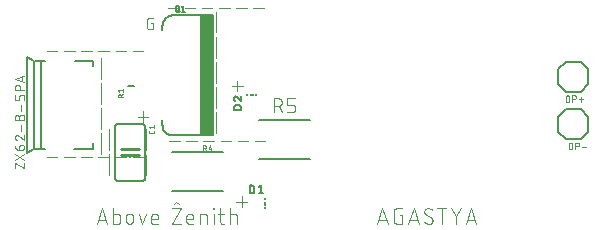
<source format=gbr>
G04 EAGLE Gerber RS-274X export*
G75*
%MOMM*%
%FSLAX34Y34*%
%LPD*%
%INSilkscreen Top*%
%IPPOS*%
%AMOC8*
5,1,8,0,0,1.08239X$1,22.5*%
G01*
%ADD10C,0.101600*%
%ADD11C,0.076200*%
%ADD12C,0.152400*%
%ADD13C,0.050800*%
%ADD14C,0.127000*%
%ADD15C,0.254000*%
%ADD16C,0.203200*%
%ADD17R,1.016000X10.160000*%
%ADD18R,0.250000X0.300000*%
%ADD19R,0.250000X0.200000*%
%ADD20R,0.300000X0.250000*%
%ADD21R,0.200000X0.250000*%


D10*
X86448Y274278D02*
X90851Y287486D01*
X95253Y274278D01*
X94153Y277580D02*
X87549Y277580D01*
X100353Y274278D02*
X100353Y287486D01*
X100353Y274278D02*
X104022Y274278D01*
X104115Y274280D01*
X104209Y274286D01*
X104302Y274296D01*
X104394Y274310D01*
X104486Y274327D01*
X104577Y274349D01*
X104666Y274374D01*
X104755Y274404D01*
X104843Y274437D01*
X104929Y274473D01*
X105013Y274514D01*
X105095Y274557D01*
X105176Y274605D01*
X105254Y274655D01*
X105331Y274709D01*
X105405Y274767D01*
X105476Y274827D01*
X105545Y274890D01*
X105611Y274956D01*
X105674Y275025D01*
X105734Y275096D01*
X105792Y275170D01*
X105846Y275246D01*
X105896Y275325D01*
X105943Y275406D01*
X105987Y275488D01*
X106028Y275572D01*
X106064Y275658D01*
X106097Y275746D01*
X106127Y275834D01*
X106152Y275924D01*
X106174Y276015D01*
X106191Y276107D01*
X106205Y276199D01*
X106215Y276292D01*
X106221Y276386D01*
X106223Y276479D01*
X106223Y280882D01*
X106221Y280973D01*
X106215Y281064D01*
X106206Y281154D01*
X106193Y281244D01*
X106176Y281334D01*
X106156Y281422D01*
X106131Y281510D01*
X106104Y281597D01*
X106072Y281682D01*
X106038Y281766D01*
X105999Y281849D01*
X105958Y281930D01*
X105913Y282009D01*
X105865Y282086D01*
X105813Y282161D01*
X105759Y282234D01*
X105702Y282305D01*
X105641Y282373D01*
X105578Y282438D01*
X105513Y282501D01*
X105445Y282562D01*
X105374Y282619D01*
X105301Y282673D01*
X105226Y282725D01*
X105149Y282773D01*
X105070Y282818D01*
X104989Y282859D01*
X104906Y282898D01*
X104822Y282932D01*
X104737Y282964D01*
X104650Y282991D01*
X104562Y283016D01*
X104474Y283036D01*
X104384Y283053D01*
X104294Y283066D01*
X104204Y283075D01*
X104113Y283081D01*
X104022Y283083D01*
X100353Y283083D01*
X111385Y280148D02*
X111385Y277213D01*
X111385Y280148D02*
X111387Y280255D01*
X111393Y280362D01*
X111403Y280469D01*
X111416Y280575D01*
X111434Y280681D01*
X111455Y280786D01*
X111480Y280890D01*
X111509Y280994D01*
X111542Y281096D01*
X111579Y281196D01*
X111619Y281296D01*
X111663Y281394D01*
X111710Y281490D01*
X111761Y281584D01*
X111815Y281677D01*
X111872Y281767D01*
X111933Y281856D01*
X111997Y281942D01*
X112064Y282025D01*
X112134Y282107D01*
X112207Y282185D01*
X112283Y282261D01*
X112361Y282334D01*
X112443Y282404D01*
X112526Y282471D01*
X112612Y282535D01*
X112701Y282596D01*
X112791Y282653D01*
X112884Y282707D01*
X112978Y282758D01*
X113074Y282805D01*
X113172Y282849D01*
X113272Y282889D01*
X113372Y282926D01*
X113474Y282959D01*
X113578Y282988D01*
X113682Y283013D01*
X113787Y283034D01*
X113893Y283052D01*
X113999Y283065D01*
X114106Y283075D01*
X114213Y283081D01*
X114320Y283083D01*
X114427Y283081D01*
X114534Y283075D01*
X114641Y283065D01*
X114747Y283052D01*
X114853Y283034D01*
X114958Y283013D01*
X115062Y282988D01*
X115166Y282959D01*
X115268Y282926D01*
X115368Y282889D01*
X115468Y282849D01*
X115566Y282805D01*
X115662Y282758D01*
X115756Y282707D01*
X115849Y282653D01*
X115939Y282596D01*
X116028Y282535D01*
X116114Y282471D01*
X116197Y282404D01*
X116279Y282334D01*
X116357Y282261D01*
X116433Y282185D01*
X116506Y282107D01*
X116576Y282025D01*
X116643Y281942D01*
X116707Y281856D01*
X116768Y281767D01*
X116825Y281677D01*
X116879Y281584D01*
X116930Y281490D01*
X116977Y281394D01*
X117021Y281296D01*
X117061Y281196D01*
X117098Y281096D01*
X117131Y280994D01*
X117160Y280890D01*
X117185Y280786D01*
X117206Y280681D01*
X117224Y280575D01*
X117237Y280469D01*
X117247Y280362D01*
X117253Y280255D01*
X117255Y280148D01*
X117255Y277213D01*
X117253Y277106D01*
X117247Y276999D01*
X117237Y276892D01*
X117224Y276786D01*
X117206Y276680D01*
X117185Y276575D01*
X117160Y276471D01*
X117131Y276367D01*
X117098Y276265D01*
X117061Y276165D01*
X117021Y276065D01*
X116977Y275967D01*
X116930Y275871D01*
X116879Y275777D01*
X116825Y275684D01*
X116768Y275594D01*
X116707Y275505D01*
X116643Y275419D01*
X116576Y275336D01*
X116506Y275254D01*
X116433Y275176D01*
X116357Y275100D01*
X116279Y275027D01*
X116197Y274957D01*
X116114Y274890D01*
X116028Y274826D01*
X115939Y274765D01*
X115849Y274708D01*
X115756Y274654D01*
X115662Y274603D01*
X115566Y274556D01*
X115468Y274512D01*
X115368Y274472D01*
X115268Y274435D01*
X115166Y274402D01*
X115062Y274373D01*
X114958Y274348D01*
X114853Y274327D01*
X114747Y274309D01*
X114641Y274296D01*
X114534Y274286D01*
X114427Y274280D01*
X114320Y274278D01*
X114213Y274280D01*
X114106Y274286D01*
X113999Y274296D01*
X113893Y274309D01*
X113787Y274327D01*
X113682Y274348D01*
X113578Y274373D01*
X113474Y274402D01*
X113372Y274435D01*
X113272Y274472D01*
X113172Y274512D01*
X113074Y274556D01*
X112978Y274603D01*
X112884Y274654D01*
X112791Y274708D01*
X112701Y274765D01*
X112612Y274826D01*
X112526Y274890D01*
X112443Y274957D01*
X112361Y275027D01*
X112283Y275100D01*
X112207Y275176D01*
X112134Y275254D01*
X112064Y275336D01*
X111997Y275419D01*
X111933Y275505D01*
X111872Y275594D01*
X111815Y275684D01*
X111761Y275777D01*
X111710Y275871D01*
X111663Y275967D01*
X111619Y276065D01*
X111579Y276165D01*
X111542Y276265D01*
X111509Y276367D01*
X111480Y276471D01*
X111455Y276575D01*
X111434Y276680D01*
X111416Y276786D01*
X111403Y276892D01*
X111393Y276999D01*
X111387Y277106D01*
X111385Y277213D01*
X122053Y283083D02*
X124988Y274278D01*
X127923Y283083D01*
X134922Y274278D02*
X138591Y274278D01*
X134922Y274278D02*
X134831Y274280D01*
X134740Y274286D01*
X134650Y274295D01*
X134560Y274308D01*
X134470Y274325D01*
X134382Y274345D01*
X134294Y274370D01*
X134207Y274397D01*
X134122Y274429D01*
X134038Y274463D01*
X133955Y274502D01*
X133874Y274543D01*
X133795Y274588D01*
X133718Y274636D01*
X133643Y274688D01*
X133570Y274742D01*
X133499Y274799D01*
X133431Y274860D01*
X133366Y274923D01*
X133303Y274988D01*
X133242Y275056D01*
X133185Y275127D01*
X133131Y275200D01*
X133079Y275275D01*
X133031Y275352D01*
X132986Y275431D01*
X132945Y275512D01*
X132906Y275595D01*
X132872Y275679D01*
X132840Y275764D01*
X132813Y275851D01*
X132788Y275939D01*
X132768Y276027D01*
X132751Y276117D01*
X132738Y276207D01*
X132729Y276297D01*
X132723Y276388D01*
X132721Y276479D01*
X132721Y280148D01*
X132723Y280255D01*
X132729Y280362D01*
X132739Y280469D01*
X132752Y280575D01*
X132770Y280681D01*
X132791Y280786D01*
X132816Y280890D01*
X132845Y280994D01*
X132878Y281096D01*
X132915Y281196D01*
X132955Y281296D01*
X132999Y281394D01*
X133046Y281490D01*
X133097Y281584D01*
X133151Y281677D01*
X133208Y281767D01*
X133269Y281856D01*
X133333Y281942D01*
X133400Y282025D01*
X133470Y282107D01*
X133543Y282185D01*
X133619Y282261D01*
X133697Y282334D01*
X133779Y282404D01*
X133862Y282471D01*
X133948Y282535D01*
X134037Y282596D01*
X134127Y282653D01*
X134220Y282707D01*
X134314Y282758D01*
X134410Y282805D01*
X134508Y282849D01*
X134608Y282889D01*
X134708Y282926D01*
X134810Y282959D01*
X134914Y282988D01*
X135018Y283013D01*
X135123Y283034D01*
X135229Y283052D01*
X135335Y283065D01*
X135442Y283075D01*
X135549Y283081D01*
X135656Y283083D01*
X135763Y283081D01*
X135870Y283075D01*
X135977Y283065D01*
X136083Y283052D01*
X136189Y283034D01*
X136294Y283013D01*
X136398Y282988D01*
X136502Y282959D01*
X136604Y282926D01*
X136704Y282889D01*
X136804Y282849D01*
X136902Y282805D01*
X136998Y282758D01*
X137092Y282707D01*
X137185Y282653D01*
X137275Y282596D01*
X137364Y282535D01*
X137450Y282471D01*
X137533Y282404D01*
X137615Y282334D01*
X137693Y282261D01*
X137769Y282185D01*
X137842Y282107D01*
X137912Y282025D01*
X137979Y281942D01*
X138043Y281856D01*
X138104Y281767D01*
X138161Y281677D01*
X138215Y281584D01*
X138266Y281490D01*
X138313Y281394D01*
X138357Y281296D01*
X138397Y281196D01*
X138434Y281096D01*
X138467Y280994D01*
X138496Y280890D01*
X138521Y280786D01*
X138542Y280681D01*
X138560Y280575D01*
X138573Y280469D01*
X138583Y280362D01*
X138589Y280255D01*
X138591Y280148D01*
X138591Y278681D01*
X132721Y278681D01*
X150336Y287486D02*
X157674Y287486D01*
X150336Y274278D01*
X157674Y274278D01*
X151804Y290788D02*
X154005Y292989D01*
X156207Y290788D01*
X164793Y274278D02*
X168462Y274278D01*
X164793Y274278D02*
X164702Y274280D01*
X164611Y274286D01*
X164521Y274295D01*
X164431Y274308D01*
X164341Y274325D01*
X164253Y274345D01*
X164165Y274370D01*
X164078Y274397D01*
X163993Y274429D01*
X163909Y274463D01*
X163826Y274502D01*
X163745Y274543D01*
X163666Y274588D01*
X163589Y274636D01*
X163514Y274688D01*
X163441Y274742D01*
X163370Y274799D01*
X163302Y274860D01*
X163237Y274923D01*
X163174Y274988D01*
X163113Y275056D01*
X163056Y275127D01*
X163002Y275200D01*
X162950Y275275D01*
X162902Y275352D01*
X162857Y275431D01*
X162816Y275512D01*
X162777Y275595D01*
X162743Y275679D01*
X162711Y275764D01*
X162684Y275851D01*
X162659Y275939D01*
X162639Y276027D01*
X162622Y276117D01*
X162609Y276207D01*
X162600Y276297D01*
X162594Y276388D01*
X162592Y276479D01*
X162592Y280148D01*
X162594Y280255D01*
X162600Y280362D01*
X162610Y280469D01*
X162623Y280575D01*
X162641Y280681D01*
X162662Y280786D01*
X162687Y280890D01*
X162716Y280994D01*
X162749Y281096D01*
X162786Y281196D01*
X162826Y281296D01*
X162870Y281394D01*
X162917Y281490D01*
X162968Y281584D01*
X163022Y281677D01*
X163079Y281767D01*
X163140Y281856D01*
X163204Y281942D01*
X163271Y282025D01*
X163341Y282107D01*
X163414Y282185D01*
X163490Y282261D01*
X163568Y282334D01*
X163650Y282404D01*
X163733Y282471D01*
X163819Y282535D01*
X163908Y282596D01*
X163998Y282653D01*
X164091Y282707D01*
X164185Y282758D01*
X164281Y282805D01*
X164379Y282849D01*
X164479Y282889D01*
X164579Y282926D01*
X164681Y282959D01*
X164785Y282988D01*
X164889Y283013D01*
X164994Y283034D01*
X165100Y283052D01*
X165206Y283065D01*
X165313Y283075D01*
X165420Y283081D01*
X165527Y283083D01*
X165634Y283081D01*
X165741Y283075D01*
X165848Y283065D01*
X165954Y283052D01*
X166060Y283034D01*
X166165Y283013D01*
X166269Y282988D01*
X166373Y282959D01*
X166475Y282926D01*
X166575Y282889D01*
X166675Y282849D01*
X166773Y282805D01*
X166869Y282758D01*
X166963Y282707D01*
X167056Y282653D01*
X167146Y282596D01*
X167235Y282535D01*
X167321Y282471D01*
X167404Y282404D01*
X167486Y282334D01*
X167564Y282261D01*
X167640Y282185D01*
X167713Y282107D01*
X167783Y282025D01*
X167850Y281942D01*
X167914Y281856D01*
X167975Y281767D01*
X168032Y281677D01*
X168086Y281584D01*
X168137Y281490D01*
X168184Y281394D01*
X168228Y281296D01*
X168268Y281196D01*
X168305Y281096D01*
X168338Y280994D01*
X168367Y280890D01*
X168392Y280786D01*
X168413Y280681D01*
X168431Y280575D01*
X168444Y280469D01*
X168454Y280362D01*
X168460Y280255D01*
X168462Y280148D01*
X168462Y278681D01*
X162592Y278681D01*
X174113Y274278D02*
X174113Y283083D01*
X177782Y283083D01*
X177875Y283081D01*
X177969Y283075D01*
X178062Y283065D01*
X178154Y283051D01*
X178246Y283034D01*
X178337Y283012D01*
X178426Y282987D01*
X178515Y282957D01*
X178603Y282924D01*
X178689Y282888D01*
X178773Y282847D01*
X178855Y282804D01*
X178936Y282756D01*
X179014Y282706D01*
X179091Y282652D01*
X179165Y282594D01*
X179236Y282534D01*
X179305Y282471D01*
X179371Y282405D01*
X179434Y282336D01*
X179494Y282265D01*
X179552Y282191D01*
X179606Y282115D01*
X179656Y282036D01*
X179703Y281955D01*
X179747Y281873D01*
X179788Y281789D01*
X179824Y281703D01*
X179857Y281615D01*
X179887Y281527D01*
X179912Y281437D01*
X179934Y281346D01*
X179951Y281254D01*
X179965Y281162D01*
X179975Y281069D01*
X179981Y280975D01*
X179983Y280882D01*
X179983Y274278D01*
X185582Y274278D02*
X185582Y283083D01*
X185216Y286752D02*
X185216Y287486D01*
X185949Y287486D01*
X185949Y286752D01*
X185216Y286752D01*
X189684Y283083D02*
X194087Y283083D01*
X191152Y287486D02*
X191152Y276479D01*
X191154Y276388D01*
X191160Y276297D01*
X191169Y276207D01*
X191182Y276117D01*
X191199Y276027D01*
X191219Y275939D01*
X191244Y275851D01*
X191271Y275764D01*
X191303Y275679D01*
X191337Y275595D01*
X191376Y275512D01*
X191417Y275431D01*
X191462Y275352D01*
X191510Y275275D01*
X191562Y275200D01*
X191616Y275127D01*
X191673Y275056D01*
X191734Y274988D01*
X191797Y274923D01*
X191862Y274860D01*
X191931Y274799D01*
X192001Y274742D01*
X192074Y274688D01*
X192149Y274636D01*
X192226Y274588D01*
X192305Y274543D01*
X192386Y274502D01*
X192469Y274463D01*
X192553Y274429D01*
X192638Y274397D01*
X192725Y274369D01*
X192813Y274345D01*
X192901Y274325D01*
X192991Y274308D01*
X193081Y274295D01*
X193171Y274286D01*
X193262Y274280D01*
X193353Y274278D01*
X194087Y274278D01*
X199289Y274278D02*
X199289Y287486D01*
X199289Y283083D02*
X202958Y283083D01*
X203051Y283081D01*
X203145Y283075D01*
X203238Y283065D01*
X203330Y283051D01*
X203422Y283034D01*
X203513Y283012D01*
X203602Y282987D01*
X203691Y282957D01*
X203779Y282924D01*
X203865Y282888D01*
X203949Y282847D01*
X204031Y282804D01*
X204112Y282756D01*
X204190Y282706D01*
X204267Y282652D01*
X204341Y282594D01*
X204412Y282534D01*
X204481Y282471D01*
X204547Y282405D01*
X204610Y282336D01*
X204670Y282265D01*
X204728Y282191D01*
X204782Y282115D01*
X204832Y282036D01*
X204879Y281955D01*
X204923Y281873D01*
X204964Y281789D01*
X205000Y281703D01*
X205033Y281615D01*
X205063Y281527D01*
X205088Y281437D01*
X205110Y281346D01*
X205127Y281254D01*
X205141Y281162D01*
X205151Y281069D01*
X205157Y280975D01*
X205159Y280882D01*
X205160Y280882D02*
X205160Y274278D01*
X324038Y274338D02*
X328441Y287546D01*
X332843Y274338D01*
X331743Y277640D02*
X325139Y277640D01*
X343137Y281676D02*
X345338Y281676D01*
X345338Y274338D01*
X340935Y274338D01*
X340828Y274340D01*
X340721Y274346D01*
X340614Y274356D01*
X340508Y274369D01*
X340402Y274387D01*
X340297Y274408D01*
X340193Y274433D01*
X340089Y274462D01*
X339987Y274495D01*
X339887Y274532D01*
X339787Y274572D01*
X339689Y274616D01*
X339593Y274663D01*
X339499Y274714D01*
X339406Y274768D01*
X339316Y274825D01*
X339227Y274886D01*
X339141Y274950D01*
X339058Y275017D01*
X338976Y275087D01*
X338898Y275160D01*
X338822Y275236D01*
X338749Y275314D01*
X338679Y275396D01*
X338612Y275479D01*
X338548Y275565D01*
X338487Y275654D01*
X338430Y275744D01*
X338376Y275837D01*
X338325Y275931D01*
X338278Y276027D01*
X338234Y276125D01*
X338194Y276225D01*
X338157Y276325D01*
X338124Y276427D01*
X338095Y276531D01*
X338070Y276635D01*
X338049Y276740D01*
X338031Y276846D01*
X338018Y276952D01*
X338008Y277059D01*
X338002Y277166D01*
X338000Y277273D01*
X338000Y284611D01*
X338002Y284718D01*
X338008Y284825D01*
X338018Y284932D01*
X338031Y285038D01*
X338049Y285144D01*
X338070Y285249D01*
X338095Y285353D01*
X338124Y285457D01*
X338157Y285559D01*
X338194Y285659D01*
X338234Y285759D01*
X338278Y285857D01*
X338325Y285953D01*
X338376Y286047D01*
X338430Y286140D01*
X338487Y286230D01*
X338548Y286319D01*
X338612Y286405D01*
X338679Y286488D01*
X338749Y286570D01*
X338822Y286648D01*
X338898Y286724D01*
X338976Y286797D01*
X339058Y286867D01*
X339141Y286934D01*
X339227Y286998D01*
X339316Y287059D01*
X339406Y287116D01*
X339499Y287170D01*
X339593Y287221D01*
X339689Y287268D01*
X339787Y287312D01*
X339887Y287352D01*
X339987Y287389D01*
X340089Y287422D01*
X340193Y287451D01*
X340297Y287476D01*
X340402Y287497D01*
X340508Y287515D01*
X340614Y287528D01*
X340721Y287538D01*
X340828Y287544D01*
X340935Y287546D01*
X345338Y287546D01*
X354897Y287546D02*
X350495Y274338D01*
X359300Y274338D02*
X354897Y287546D01*
X358199Y277640D02*
X351595Y277640D01*
X368006Y274338D02*
X368113Y274340D01*
X368220Y274346D01*
X368327Y274356D01*
X368433Y274369D01*
X368539Y274387D01*
X368644Y274408D01*
X368748Y274433D01*
X368852Y274462D01*
X368954Y274495D01*
X369054Y274532D01*
X369154Y274572D01*
X369252Y274616D01*
X369348Y274663D01*
X369442Y274714D01*
X369535Y274768D01*
X369625Y274825D01*
X369714Y274886D01*
X369800Y274950D01*
X369883Y275017D01*
X369965Y275087D01*
X370043Y275160D01*
X370119Y275236D01*
X370192Y275314D01*
X370262Y275396D01*
X370329Y275479D01*
X370393Y275565D01*
X370454Y275654D01*
X370511Y275744D01*
X370565Y275837D01*
X370616Y275931D01*
X370663Y276027D01*
X370707Y276125D01*
X370747Y276225D01*
X370784Y276325D01*
X370817Y276427D01*
X370846Y276531D01*
X370871Y276635D01*
X370892Y276740D01*
X370910Y276846D01*
X370923Y276952D01*
X370933Y277059D01*
X370939Y277166D01*
X370941Y277273D01*
X368006Y274338D02*
X367853Y274340D01*
X367700Y274346D01*
X367548Y274355D01*
X367395Y274368D01*
X367243Y274385D01*
X367092Y274406D01*
X366940Y274430D01*
X366790Y274458D01*
X366640Y274490D01*
X366492Y274526D01*
X366344Y274565D01*
X366197Y274608D01*
X366051Y274654D01*
X365907Y274704D01*
X365763Y274758D01*
X365621Y274815D01*
X365481Y274875D01*
X365342Y274940D01*
X365205Y275007D01*
X365069Y275078D01*
X364935Y275152D01*
X364803Y275229D01*
X364673Y275310D01*
X364545Y275394D01*
X364419Y275481D01*
X364296Y275571D01*
X364174Y275664D01*
X364055Y275760D01*
X363939Y275859D01*
X363824Y275960D01*
X363713Y276065D01*
X363604Y276172D01*
X363970Y284611D02*
X363972Y284718D01*
X363978Y284825D01*
X363988Y284932D01*
X364001Y285038D01*
X364019Y285144D01*
X364040Y285249D01*
X364065Y285353D01*
X364094Y285457D01*
X364127Y285559D01*
X364164Y285659D01*
X364204Y285759D01*
X364248Y285857D01*
X364295Y285953D01*
X364346Y286047D01*
X364400Y286140D01*
X364457Y286230D01*
X364518Y286319D01*
X364582Y286405D01*
X364649Y286488D01*
X364719Y286570D01*
X364792Y286648D01*
X364868Y286724D01*
X364946Y286797D01*
X365028Y286867D01*
X365111Y286934D01*
X365197Y286998D01*
X365286Y287059D01*
X365376Y287116D01*
X365469Y287170D01*
X365563Y287221D01*
X365659Y287268D01*
X365757Y287312D01*
X365857Y287352D01*
X365957Y287389D01*
X366059Y287422D01*
X366163Y287451D01*
X366267Y287476D01*
X366372Y287497D01*
X366478Y287515D01*
X366584Y287528D01*
X366691Y287538D01*
X366798Y287544D01*
X366905Y287546D01*
X367053Y287544D01*
X367200Y287538D01*
X367347Y287528D01*
X367494Y287514D01*
X367641Y287497D01*
X367786Y287475D01*
X367932Y287449D01*
X368076Y287420D01*
X368220Y287387D01*
X368363Y287349D01*
X368505Y287308D01*
X368645Y287264D01*
X368785Y287215D01*
X368923Y287163D01*
X369059Y287107D01*
X369194Y287047D01*
X369327Y286984D01*
X369459Y286917D01*
X369589Y286847D01*
X369717Y286774D01*
X369842Y286696D01*
X369966Y286616D01*
X370088Y286532D01*
X370207Y286445D01*
X365438Y282043D02*
X365347Y282099D01*
X365258Y282158D01*
X365171Y282220D01*
X365087Y282285D01*
X365004Y282353D01*
X364925Y282424D01*
X364848Y282498D01*
X364774Y282575D01*
X364702Y282654D01*
X364634Y282736D01*
X364568Y282820D01*
X364505Y282907D01*
X364446Y282995D01*
X364390Y283086D01*
X364337Y283179D01*
X364287Y283273D01*
X364241Y283369D01*
X364198Y283467D01*
X364159Y283566D01*
X364123Y283667D01*
X364091Y283769D01*
X364063Y283872D01*
X364039Y283976D01*
X364018Y284080D01*
X364001Y284186D01*
X363987Y284291D01*
X363978Y284398D01*
X363972Y284504D01*
X363970Y284611D01*
X369473Y279841D02*
X369564Y279785D01*
X369653Y279726D01*
X369740Y279664D01*
X369824Y279599D01*
X369907Y279531D01*
X369986Y279460D01*
X370063Y279386D01*
X370137Y279309D01*
X370209Y279230D01*
X370277Y279148D01*
X370343Y279064D01*
X370406Y278977D01*
X370465Y278889D01*
X370521Y278798D01*
X370574Y278705D01*
X370624Y278611D01*
X370670Y278515D01*
X370713Y278417D01*
X370752Y278318D01*
X370788Y278217D01*
X370820Y278115D01*
X370848Y278012D01*
X370872Y277908D01*
X370893Y277804D01*
X370910Y277698D01*
X370924Y277593D01*
X370933Y277486D01*
X370939Y277380D01*
X370941Y277273D01*
X369473Y279841D02*
X365438Y282043D01*
X378793Y287546D02*
X378793Y274338D01*
X375125Y287546D02*
X382462Y287546D01*
X386339Y287546D02*
X390742Y281309D01*
X395144Y287546D01*
X390742Y281309D02*
X390742Y274338D01*
X399141Y274338D02*
X403543Y287546D01*
X407946Y274338D01*
X406845Y277640D02*
X400241Y277640D01*
D11*
X134043Y444343D02*
X132504Y444343D01*
X134043Y444343D02*
X134043Y439211D01*
X130964Y439211D01*
X130874Y439213D01*
X130785Y439219D01*
X130696Y439229D01*
X130608Y439242D01*
X130520Y439260D01*
X130433Y439281D01*
X130347Y439306D01*
X130262Y439335D01*
X130178Y439367D01*
X130096Y439403D01*
X130016Y439443D01*
X129938Y439486D01*
X129861Y439533D01*
X129786Y439582D01*
X129714Y439635D01*
X129644Y439691D01*
X129577Y439750D01*
X129512Y439812D01*
X129450Y439877D01*
X129391Y439944D01*
X129335Y440014D01*
X129282Y440086D01*
X129233Y440161D01*
X129186Y440238D01*
X129143Y440316D01*
X129103Y440396D01*
X129067Y440478D01*
X129035Y440562D01*
X129006Y440647D01*
X128981Y440733D01*
X128960Y440820D01*
X128942Y440908D01*
X128929Y440996D01*
X128919Y441085D01*
X128913Y441174D01*
X128911Y441264D01*
X128911Y446396D01*
X128913Y446486D01*
X128919Y446575D01*
X128929Y446664D01*
X128942Y446752D01*
X128960Y446840D01*
X128981Y446927D01*
X129006Y447013D01*
X129035Y447098D01*
X129067Y447182D01*
X129103Y447264D01*
X129143Y447344D01*
X129186Y447422D01*
X129233Y447499D01*
X129282Y447574D01*
X129335Y447646D01*
X129391Y447716D01*
X129450Y447783D01*
X129512Y447848D01*
X129577Y447910D01*
X129644Y447969D01*
X129714Y448025D01*
X129786Y448078D01*
X129861Y448127D01*
X129937Y448174D01*
X130016Y448217D01*
X130096Y448257D01*
X130178Y448293D01*
X130262Y448325D01*
X130347Y448354D01*
X130433Y448379D01*
X130520Y448400D01*
X130607Y448418D01*
X130696Y448431D01*
X130785Y448441D01*
X130874Y448447D01*
X130964Y448449D01*
X134043Y448449D01*
D10*
X130243Y365074D02*
X121438Y365074D01*
X125841Y360672D02*
X125841Y369477D01*
X201348Y390814D02*
X210153Y390814D01*
X205751Y386412D02*
X205751Y395217D01*
X204948Y293214D02*
X213753Y293214D01*
X209351Y288812D02*
X209351Y297617D01*
X53353Y420614D02*
X44548Y420614D01*
X59056Y420614D02*
X67862Y420614D01*
X73565Y420614D02*
X82370Y420614D01*
X88073Y420614D02*
X96879Y420614D01*
X102582Y420614D02*
X111387Y420614D01*
X117090Y420614D02*
X125896Y420614D01*
X53353Y330614D02*
X44548Y330614D01*
X59056Y330614D02*
X67862Y330614D01*
X73565Y330614D02*
X82370Y330614D01*
X88073Y330614D02*
X96879Y330614D01*
X102582Y330614D02*
X111387Y330614D01*
X117090Y330614D02*
X125896Y330614D01*
X90238Y397345D02*
X90238Y414955D01*
X90238Y393619D02*
X90238Y376009D01*
X90238Y372283D02*
X90238Y354673D01*
X90238Y350947D02*
X90238Y333337D01*
X187538Y436381D02*
X187538Y453991D01*
X187538Y432655D02*
X187538Y415045D01*
X187538Y411319D02*
X187538Y393709D01*
X187538Y389983D02*
X187538Y372373D01*
X187538Y368647D02*
X187538Y351037D01*
X155553Y456914D02*
X146748Y456914D01*
X161256Y456914D02*
X170062Y456914D01*
X175765Y456914D02*
X184570Y456914D01*
X190273Y456914D02*
X199079Y456914D01*
X204782Y456914D02*
X213587Y456914D01*
X219290Y456914D02*
X228096Y456914D01*
X156753Y344114D02*
X147948Y344114D01*
X162456Y344114D02*
X171262Y344114D01*
X176965Y344114D02*
X185770Y344114D01*
X191473Y344114D02*
X200279Y344114D01*
X205982Y344114D02*
X214787Y344114D01*
X220490Y344114D02*
X229296Y344114D01*
X128338Y336673D02*
X128338Y354283D01*
X128338Y332947D02*
X128338Y315337D01*
X96938Y336873D02*
X96938Y354483D01*
X96938Y333147D02*
X96938Y315537D01*
D12*
X483850Y411500D02*
X496550Y411500D01*
X502900Y405150D01*
X502900Y392450D01*
X496550Y386100D01*
X477500Y392450D02*
X477500Y405150D01*
X483850Y411500D01*
X477500Y392450D02*
X483850Y386100D01*
X496550Y386100D01*
D13*
X483592Y381578D02*
X483592Y379094D01*
X483592Y381578D02*
X483594Y381655D01*
X483600Y381733D01*
X483609Y381809D01*
X483623Y381886D01*
X483640Y381961D01*
X483661Y382035D01*
X483686Y382109D01*
X483714Y382181D01*
X483746Y382251D01*
X483781Y382320D01*
X483820Y382387D01*
X483862Y382452D01*
X483907Y382515D01*
X483955Y382576D01*
X484006Y382634D01*
X484060Y382689D01*
X484117Y382742D01*
X484176Y382791D01*
X484238Y382838D01*
X484302Y382882D01*
X484368Y382922D01*
X484436Y382959D01*
X484506Y382993D01*
X484577Y383023D01*
X484650Y383049D01*
X484724Y383072D01*
X484799Y383091D01*
X484874Y383106D01*
X484951Y383118D01*
X485028Y383126D01*
X485105Y383130D01*
X485183Y383130D01*
X485260Y383126D01*
X485337Y383118D01*
X485414Y383106D01*
X485489Y383091D01*
X485564Y383072D01*
X485638Y383049D01*
X485711Y383023D01*
X485782Y382993D01*
X485852Y382959D01*
X485920Y382922D01*
X485986Y382882D01*
X486050Y382838D01*
X486112Y382791D01*
X486171Y382742D01*
X486228Y382689D01*
X486282Y382634D01*
X486333Y382576D01*
X486381Y382515D01*
X486426Y382452D01*
X486468Y382387D01*
X486507Y382320D01*
X486542Y382251D01*
X486574Y382181D01*
X486602Y382109D01*
X486627Y382035D01*
X486648Y381961D01*
X486665Y381886D01*
X486679Y381809D01*
X486688Y381733D01*
X486694Y381655D01*
X486696Y381578D01*
X486696Y379094D01*
X486694Y379017D01*
X486688Y378939D01*
X486679Y378863D01*
X486665Y378786D01*
X486648Y378711D01*
X486627Y378637D01*
X486602Y378563D01*
X486574Y378491D01*
X486542Y378421D01*
X486507Y378352D01*
X486468Y378285D01*
X486426Y378220D01*
X486381Y378157D01*
X486333Y378096D01*
X486282Y378038D01*
X486228Y377983D01*
X486171Y377930D01*
X486112Y377881D01*
X486050Y377834D01*
X485986Y377790D01*
X485920Y377750D01*
X485852Y377713D01*
X485782Y377679D01*
X485711Y377649D01*
X485638Y377623D01*
X485564Y377600D01*
X485489Y377581D01*
X485414Y377566D01*
X485337Y377554D01*
X485260Y377546D01*
X485183Y377542D01*
X485105Y377542D01*
X485028Y377546D01*
X484951Y377554D01*
X484874Y377566D01*
X484799Y377581D01*
X484724Y377600D01*
X484650Y377623D01*
X484577Y377649D01*
X484506Y377679D01*
X484436Y377713D01*
X484368Y377750D01*
X484302Y377790D01*
X484238Y377834D01*
X484176Y377881D01*
X484117Y377930D01*
X484060Y377983D01*
X484006Y378038D01*
X483955Y378096D01*
X483907Y378157D01*
X483862Y378220D01*
X483820Y378285D01*
X483781Y378352D01*
X483746Y378421D01*
X483714Y378491D01*
X483686Y378563D01*
X483661Y378637D01*
X483640Y378711D01*
X483623Y378786D01*
X483609Y378863D01*
X483600Y378939D01*
X483594Y379017D01*
X483592Y379094D01*
X489344Y377542D02*
X489344Y383130D01*
X490896Y383130D01*
X490973Y383128D01*
X491051Y383122D01*
X491127Y383113D01*
X491204Y383099D01*
X491279Y383082D01*
X491353Y383061D01*
X491427Y383036D01*
X491499Y383008D01*
X491569Y382976D01*
X491638Y382941D01*
X491705Y382902D01*
X491770Y382860D01*
X491833Y382815D01*
X491894Y382767D01*
X491952Y382716D01*
X492007Y382662D01*
X492060Y382605D01*
X492109Y382546D01*
X492156Y382484D01*
X492200Y382420D01*
X492240Y382354D01*
X492277Y382286D01*
X492311Y382216D01*
X492341Y382145D01*
X492367Y382072D01*
X492390Y381998D01*
X492409Y381923D01*
X492424Y381848D01*
X492436Y381771D01*
X492444Y381694D01*
X492448Y381617D01*
X492448Y381539D01*
X492444Y381462D01*
X492436Y381385D01*
X492424Y381308D01*
X492409Y381233D01*
X492390Y381158D01*
X492367Y381084D01*
X492341Y381011D01*
X492311Y380940D01*
X492277Y380870D01*
X492240Y380802D01*
X492200Y380736D01*
X492156Y380672D01*
X492109Y380610D01*
X492060Y380551D01*
X492007Y380494D01*
X491952Y380440D01*
X491894Y380389D01*
X491833Y380341D01*
X491770Y380296D01*
X491705Y380254D01*
X491638Y380215D01*
X491569Y380180D01*
X491499Y380148D01*
X491427Y380120D01*
X491353Y380095D01*
X491279Y380074D01*
X491204Y380057D01*
X491127Y380043D01*
X491051Y380034D01*
X490973Y380028D01*
X490896Y380026D01*
X489344Y380026D01*
X494620Y379715D02*
X498345Y379715D01*
X496483Y377852D02*
X496483Y381578D01*
D12*
X496550Y371500D02*
X483850Y371500D01*
X496550Y371500D02*
X502900Y365150D01*
X502900Y352450D01*
X496550Y346100D01*
X477500Y352450D02*
X477500Y365150D01*
X483850Y371500D01*
X477500Y352450D02*
X483850Y346100D01*
X496550Y346100D01*
D13*
X486092Y341578D02*
X486092Y339094D01*
X486092Y341578D02*
X486094Y341655D01*
X486100Y341733D01*
X486109Y341809D01*
X486123Y341886D01*
X486140Y341961D01*
X486161Y342035D01*
X486186Y342109D01*
X486214Y342181D01*
X486246Y342251D01*
X486281Y342320D01*
X486320Y342387D01*
X486362Y342452D01*
X486407Y342515D01*
X486455Y342576D01*
X486506Y342634D01*
X486560Y342689D01*
X486617Y342742D01*
X486676Y342791D01*
X486738Y342838D01*
X486802Y342882D01*
X486868Y342922D01*
X486936Y342959D01*
X487006Y342993D01*
X487077Y343023D01*
X487150Y343049D01*
X487224Y343072D01*
X487299Y343091D01*
X487374Y343106D01*
X487451Y343118D01*
X487528Y343126D01*
X487605Y343130D01*
X487683Y343130D01*
X487760Y343126D01*
X487837Y343118D01*
X487914Y343106D01*
X487989Y343091D01*
X488064Y343072D01*
X488138Y343049D01*
X488211Y343023D01*
X488282Y342993D01*
X488352Y342959D01*
X488420Y342922D01*
X488486Y342882D01*
X488550Y342838D01*
X488612Y342791D01*
X488671Y342742D01*
X488728Y342689D01*
X488782Y342634D01*
X488833Y342576D01*
X488881Y342515D01*
X488926Y342452D01*
X488968Y342387D01*
X489007Y342320D01*
X489042Y342251D01*
X489074Y342181D01*
X489102Y342109D01*
X489127Y342035D01*
X489148Y341961D01*
X489165Y341886D01*
X489179Y341809D01*
X489188Y341733D01*
X489194Y341655D01*
X489196Y341578D01*
X489196Y339094D01*
X489194Y339017D01*
X489188Y338939D01*
X489179Y338863D01*
X489165Y338786D01*
X489148Y338711D01*
X489127Y338637D01*
X489102Y338563D01*
X489074Y338491D01*
X489042Y338421D01*
X489007Y338352D01*
X488968Y338285D01*
X488926Y338220D01*
X488881Y338157D01*
X488833Y338096D01*
X488782Y338038D01*
X488728Y337983D01*
X488671Y337930D01*
X488612Y337881D01*
X488550Y337834D01*
X488486Y337790D01*
X488420Y337750D01*
X488352Y337713D01*
X488282Y337679D01*
X488211Y337649D01*
X488138Y337623D01*
X488064Y337600D01*
X487989Y337581D01*
X487914Y337566D01*
X487837Y337554D01*
X487760Y337546D01*
X487683Y337542D01*
X487605Y337542D01*
X487528Y337546D01*
X487451Y337554D01*
X487374Y337566D01*
X487299Y337581D01*
X487224Y337600D01*
X487150Y337623D01*
X487077Y337649D01*
X487006Y337679D01*
X486936Y337713D01*
X486868Y337750D01*
X486802Y337790D01*
X486738Y337834D01*
X486676Y337881D01*
X486617Y337930D01*
X486560Y337983D01*
X486506Y338038D01*
X486455Y338096D01*
X486407Y338157D01*
X486362Y338220D01*
X486320Y338285D01*
X486281Y338352D01*
X486246Y338421D01*
X486214Y338491D01*
X486186Y338563D01*
X486161Y338637D01*
X486140Y338711D01*
X486123Y338786D01*
X486109Y338863D01*
X486100Y338939D01*
X486094Y339017D01*
X486092Y339094D01*
X491844Y337542D02*
X491844Y343130D01*
X493396Y343130D01*
X493473Y343128D01*
X493551Y343122D01*
X493627Y343113D01*
X493704Y343099D01*
X493779Y343082D01*
X493853Y343061D01*
X493927Y343036D01*
X493999Y343008D01*
X494069Y342976D01*
X494138Y342941D01*
X494205Y342902D01*
X494270Y342860D01*
X494333Y342815D01*
X494394Y342767D01*
X494452Y342716D01*
X494507Y342662D01*
X494560Y342605D01*
X494609Y342546D01*
X494656Y342484D01*
X494700Y342420D01*
X494740Y342354D01*
X494777Y342286D01*
X494811Y342216D01*
X494841Y342145D01*
X494867Y342072D01*
X494890Y341998D01*
X494909Y341923D01*
X494924Y341848D01*
X494936Y341771D01*
X494944Y341694D01*
X494948Y341617D01*
X494948Y341539D01*
X494944Y341462D01*
X494936Y341385D01*
X494924Y341308D01*
X494909Y341233D01*
X494890Y341158D01*
X494867Y341084D01*
X494841Y341011D01*
X494811Y340940D01*
X494777Y340870D01*
X494740Y340802D01*
X494700Y340736D01*
X494656Y340672D01*
X494609Y340610D01*
X494560Y340551D01*
X494507Y340494D01*
X494452Y340440D01*
X494394Y340389D01*
X494333Y340341D01*
X494270Y340296D01*
X494205Y340254D01*
X494138Y340215D01*
X494069Y340180D01*
X493999Y340148D01*
X493927Y340120D01*
X493853Y340095D01*
X493779Y340074D01*
X493704Y340057D01*
X493627Y340043D01*
X493551Y340034D01*
X493473Y340028D01*
X493396Y340026D01*
X491844Y340026D01*
X497120Y339715D02*
X500845Y339715D01*
D14*
X33500Y338000D02*
X27500Y334500D01*
X27500Y415500D01*
X33500Y412000D01*
X33500Y338000D01*
X39760Y338170D02*
X39760Y411830D01*
X83500Y412000D02*
X83500Y408000D01*
X83500Y412000D02*
X68000Y412000D01*
X83500Y343000D02*
X83500Y338000D01*
X67000Y338000D01*
X43000Y412000D02*
X34000Y412000D01*
X34000Y338000D02*
X43000Y338000D01*
D10*
X17408Y325579D02*
X17408Y321205D01*
X17408Y325579D02*
X25282Y321205D01*
X25282Y325579D01*
X25282Y328501D02*
X17408Y333751D01*
X17408Y328501D02*
X25282Y333751D01*
X20908Y336940D02*
X20908Y339564D01*
X20907Y339564D02*
X20909Y339645D01*
X20914Y339725D01*
X20924Y339806D01*
X20937Y339886D01*
X20953Y339965D01*
X20974Y340043D01*
X20998Y340120D01*
X21025Y340196D01*
X21056Y340271D01*
X21090Y340344D01*
X21128Y340416D01*
X21169Y340485D01*
X21213Y340553D01*
X21260Y340619D01*
X21311Y340682D01*
X21364Y340743D01*
X21420Y340801D01*
X21478Y340857D01*
X21539Y340910D01*
X21602Y340961D01*
X21668Y341008D01*
X21736Y341052D01*
X21805Y341093D01*
X21877Y341131D01*
X21950Y341165D01*
X22025Y341196D01*
X22101Y341223D01*
X22178Y341247D01*
X22256Y341268D01*
X22335Y341284D01*
X22415Y341297D01*
X22496Y341307D01*
X22576Y341312D01*
X22657Y341314D01*
X23095Y341314D01*
X23188Y341312D01*
X23280Y341306D01*
X23373Y341296D01*
X23465Y341283D01*
X23556Y341265D01*
X23646Y341243D01*
X23735Y341218D01*
X23824Y341189D01*
X23910Y341156D01*
X23996Y341120D01*
X24080Y341080D01*
X24162Y341036D01*
X24242Y340989D01*
X24320Y340939D01*
X24395Y340885D01*
X24469Y340829D01*
X24540Y340769D01*
X24608Y340706D01*
X24674Y340640D01*
X24737Y340572D01*
X24797Y340501D01*
X24853Y340427D01*
X24907Y340352D01*
X24957Y340274D01*
X25004Y340194D01*
X25048Y340112D01*
X25088Y340028D01*
X25124Y339942D01*
X25157Y339856D01*
X25186Y339767D01*
X25211Y339678D01*
X25233Y339588D01*
X25251Y339497D01*
X25264Y339405D01*
X25274Y339312D01*
X25280Y339220D01*
X25282Y339127D01*
X25280Y339034D01*
X25274Y338942D01*
X25264Y338849D01*
X25251Y338757D01*
X25233Y338666D01*
X25211Y338576D01*
X25186Y338487D01*
X25157Y338398D01*
X25124Y338312D01*
X25088Y338226D01*
X25048Y338142D01*
X25004Y338060D01*
X24957Y337980D01*
X24907Y337902D01*
X24853Y337827D01*
X24797Y337753D01*
X24737Y337682D01*
X24674Y337614D01*
X24608Y337548D01*
X24540Y337485D01*
X24469Y337425D01*
X24395Y337369D01*
X24320Y337315D01*
X24242Y337265D01*
X24162Y337218D01*
X24080Y337174D01*
X23996Y337134D01*
X23910Y337098D01*
X23824Y337065D01*
X23735Y337036D01*
X23646Y337011D01*
X23556Y336989D01*
X23465Y336971D01*
X23373Y336958D01*
X23280Y336948D01*
X23188Y336942D01*
X23095Y336940D01*
X20908Y336940D01*
X20908Y336939D02*
X20791Y336941D01*
X20674Y336947D01*
X20558Y336957D01*
X20441Y336970D01*
X20326Y336988D01*
X20211Y337009D01*
X20097Y337034D01*
X19983Y337063D01*
X19871Y337096D01*
X19760Y337133D01*
X19650Y337173D01*
X19542Y337217D01*
X19435Y337264D01*
X19329Y337315D01*
X19226Y337370D01*
X19124Y337428D01*
X19025Y337489D01*
X18927Y337553D01*
X18832Y337621D01*
X18739Y337692D01*
X18648Y337766D01*
X18560Y337843D01*
X18475Y337923D01*
X18392Y338006D01*
X18312Y338091D01*
X18235Y338179D01*
X18161Y338270D01*
X18090Y338363D01*
X18022Y338458D01*
X17958Y338556D01*
X17897Y338655D01*
X17839Y338757D01*
X17784Y338860D01*
X17733Y338966D01*
X17686Y339073D01*
X17642Y339181D01*
X17602Y339291D01*
X17565Y339402D01*
X17532Y339514D01*
X17503Y339628D01*
X17478Y339742D01*
X17457Y339857D01*
X17439Y339972D01*
X17426Y340089D01*
X17416Y340205D01*
X17410Y340322D01*
X17408Y340439D01*
X17408Y347347D02*
X17410Y347433D01*
X17415Y347519D01*
X17425Y347604D01*
X17438Y347689D01*
X17455Y347773D01*
X17475Y347857D01*
X17499Y347939D01*
X17527Y348020D01*
X17558Y348101D01*
X17592Y348179D01*
X17630Y348256D01*
X17672Y348332D01*
X17716Y348405D01*
X17764Y348476D01*
X17815Y348546D01*
X17869Y348613D01*
X17925Y348677D01*
X17985Y348739D01*
X18047Y348799D01*
X18111Y348855D01*
X18178Y348909D01*
X18248Y348960D01*
X18319Y349008D01*
X18393Y349052D01*
X18468Y349094D01*
X18545Y349132D01*
X18623Y349166D01*
X18704Y349197D01*
X18785Y349225D01*
X18867Y349249D01*
X18951Y349269D01*
X19035Y349286D01*
X19120Y349299D01*
X19205Y349309D01*
X19291Y349314D01*
X19377Y349316D01*
X17408Y347347D02*
X17410Y347248D01*
X17416Y347148D01*
X17426Y347050D01*
X17439Y346951D01*
X17457Y346853D01*
X17478Y346756D01*
X17503Y346660D01*
X17532Y346565D01*
X17565Y346471D01*
X17601Y346378D01*
X17641Y346287D01*
X17684Y346198D01*
X17731Y346110D01*
X17781Y346025D01*
X17835Y345941D01*
X17892Y345859D01*
X17952Y345780D01*
X18015Y345703D01*
X18081Y345629D01*
X18150Y345558D01*
X18221Y345489D01*
X18296Y345423D01*
X18373Y345360D01*
X18452Y345300D01*
X18534Y345243D01*
X18617Y345190D01*
X18703Y345139D01*
X18791Y345093D01*
X18880Y345049D01*
X18971Y345010D01*
X19064Y344973D01*
X19158Y344941D01*
X20908Y348659D02*
X20844Y348723D01*
X20778Y348784D01*
X20709Y348842D01*
X20638Y348897D01*
X20565Y348950D01*
X20489Y348999D01*
X20412Y349044D01*
X20332Y349087D01*
X20251Y349126D01*
X20168Y349161D01*
X20084Y349193D01*
X19998Y349222D01*
X19912Y349246D01*
X19824Y349267D01*
X19736Y349284D01*
X19647Y349298D01*
X19557Y349307D01*
X19467Y349313D01*
X19377Y349315D01*
X20908Y348659D02*
X25282Y344941D01*
X25282Y349315D01*
X22220Y353038D02*
X22220Y358287D01*
X20908Y362420D02*
X20908Y364607D01*
X20910Y364700D01*
X20916Y364792D01*
X20926Y364885D01*
X20939Y364977D01*
X20957Y365068D01*
X20979Y365158D01*
X21004Y365247D01*
X21033Y365336D01*
X21066Y365422D01*
X21102Y365508D01*
X21142Y365592D01*
X21186Y365674D01*
X21233Y365754D01*
X21283Y365832D01*
X21337Y365907D01*
X21393Y365981D01*
X21453Y366052D01*
X21516Y366120D01*
X21582Y366186D01*
X21650Y366249D01*
X21721Y366309D01*
X21795Y366365D01*
X21870Y366419D01*
X21948Y366469D01*
X22028Y366516D01*
X22110Y366560D01*
X22194Y366600D01*
X22280Y366636D01*
X22366Y366669D01*
X22455Y366698D01*
X22544Y366723D01*
X22634Y366745D01*
X22725Y366763D01*
X22817Y366776D01*
X22910Y366786D01*
X23002Y366792D01*
X23095Y366794D01*
X23188Y366792D01*
X23280Y366786D01*
X23373Y366776D01*
X23465Y366763D01*
X23556Y366745D01*
X23646Y366723D01*
X23735Y366698D01*
X23824Y366669D01*
X23910Y366636D01*
X23996Y366600D01*
X24080Y366560D01*
X24162Y366516D01*
X24242Y366469D01*
X24320Y366419D01*
X24395Y366365D01*
X24469Y366309D01*
X24540Y366249D01*
X24608Y366186D01*
X24674Y366120D01*
X24737Y366052D01*
X24797Y365981D01*
X24853Y365907D01*
X24907Y365832D01*
X24957Y365754D01*
X25004Y365674D01*
X25048Y365592D01*
X25088Y365508D01*
X25124Y365422D01*
X25157Y365336D01*
X25186Y365247D01*
X25211Y365158D01*
X25233Y365068D01*
X25251Y364977D01*
X25264Y364885D01*
X25274Y364792D01*
X25280Y364700D01*
X25282Y364607D01*
X25282Y362420D01*
X17408Y362420D01*
X17408Y364607D01*
X17410Y364689D01*
X17416Y364771D01*
X17425Y364852D01*
X17439Y364933D01*
X17456Y365014D01*
X17477Y365093D01*
X17501Y365171D01*
X17530Y365248D01*
X17562Y365324D01*
X17597Y365398D01*
X17636Y365470D01*
X17678Y365541D01*
X17723Y365609D01*
X17772Y365675D01*
X17823Y365739D01*
X17878Y365800D01*
X17935Y365859D01*
X17995Y365915D01*
X18058Y365968D01*
X18123Y366018D01*
X18190Y366065D01*
X18259Y366109D01*
X18331Y366149D01*
X18404Y366186D01*
X18479Y366220D01*
X18555Y366250D01*
X18633Y366276D01*
X18712Y366299D01*
X18791Y366318D01*
X18872Y366333D01*
X18953Y366345D01*
X19035Y366353D01*
X19117Y366357D01*
X19199Y366357D01*
X19281Y366353D01*
X19363Y366345D01*
X19444Y366333D01*
X19525Y366318D01*
X19604Y366299D01*
X19683Y366276D01*
X19761Y366250D01*
X19837Y366220D01*
X19912Y366186D01*
X19985Y366149D01*
X20057Y366109D01*
X20126Y366065D01*
X20193Y366018D01*
X20258Y365968D01*
X20321Y365915D01*
X20381Y365859D01*
X20438Y365800D01*
X20493Y365739D01*
X20544Y365675D01*
X20593Y365609D01*
X20638Y365541D01*
X20680Y365470D01*
X20719Y365398D01*
X20754Y365324D01*
X20786Y365248D01*
X20815Y365171D01*
X20839Y365093D01*
X20860Y365014D01*
X20877Y364933D01*
X20891Y364852D01*
X20900Y364771D01*
X20906Y364689D01*
X20908Y364607D01*
X22220Y370106D02*
X22220Y375356D01*
X25282Y379078D02*
X25282Y381703D01*
X25280Y381784D01*
X25275Y381864D01*
X25265Y381945D01*
X25252Y382025D01*
X25236Y382104D01*
X25215Y382182D01*
X25191Y382259D01*
X25164Y382335D01*
X25133Y382410D01*
X25099Y382483D01*
X25061Y382555D01*
X25020Y382624D01*
X24976Y382692D01*
X24929Y382758D01*
X24878Y382821D01*
X24825Y382882D01*
X24769Y382940D01*
X24711Y382996D01*
X24650Y383049D01*
X24587Y383100D01*
X24521Y383147D01*
X24453Y383191D01*
X24384Y383232D01*
X24312Y383270D01*
X24239Y383304D01*
X24164Y383335D01*
X24088Y383362D01*
X24011Y383386D01*
X23933Y383407D01*
X23854Y383423D01*
X23774Y383436D01*
X23693Y383446D01*
X23613Y383451D01*
X23532Y383453D01*
X22657Y383453D01*
X22574Y383451D01*
X22491Y383445D01*
X22408Y383435D01*
X22326Y383421D01*
X22244Y383404D01*
X22164Y383382D01*
X22085Y383357D01*
X22007Y383328D01*
X21930Y383295D01*
X21855Y383258D01*
X21782Y383219D01*
X21711Y383175D01*
X21642Y383129D01*
X21575Y383079D01*
X21511Y383026D01*
X21449Y382970D01*
X21390Y382911D01*
X21334Y382849D01*
X21281Y382785D01*
X21232Y382718D01*
X21185Y382649D01*
X21141Y382578D01*
X21102Y382505D01*
X21065Y382430D01*
X21032Y382353D01*
X21003Y382275D01*
X20978Y382196D01*
X20956Y382116D01*
X20939Y382034D01*
X20925Y381952D01*
X20915Y381869D01*
X20909Y381786D01*
X20907Y381703D01*
X20908Y381703D02*
X20908Y379078D01*
X17408Y379078D01*
X17408Y383453D01*
X17408Y387490D02*
X25282Y387490D01*
X17408Y387490D02*
X17408Y389677D01*
X17410Y389770D01*
X17416Y389862D01*
X17426Y389955D01*
X17439Y390047D01*
X17457Y390138D01*
X17479Y390228D01*
X17504Y390317D01*
X17533Y390406D01*
X17566Y390492D01*
X17602Y390578D01*
X17642Y390662D01*
X17686Y390744D01*
X17733Y390824D01*
X17783Y390902D01*
X17837Y390977D01*
X17893Y391051D01*
X17953Y391122D01*
X18016Y391190D01*
X18082Y391256D01*
X18150Y391319D01*
X18221Y391379D01*
X18295Y391435D01*
X18370Y391489D01*
X18448Y391539D01*
X18528Y391586D01*
X18610Y391630D01*
X18694Y391670D01*
X18780Y391706D01*
X18866Y391739D01*
X18955Y391768D01*
X19044Y391793D01*
X19134Y391815D01*
X19225Y391833D01*
X19317Y391846D01*
X19410Y391856D01*
X19502Y391862D01*
X19595Y391864D01*
X19688Y391862D01*
X19780Y391856D01*
X19873Y391846D01*
X19965Y391833D01*
X20056Y391815D01*
X20146Y391793D01*
X20235Y391768D01*
X20324Y391739D01*
X20410Y391706D01*
X20496Y391670D01*
X20580Y391630D01*
X20662Y391586D01*
X20742Y391539D01*
X20820Y391489D01*
X20895Y391435D01*
X20969Y391379D01*
X21040Y391319D01*
X21108Y391256D01*
X21174Y391190D01*
X21237Y391122D01*
X21297Y391051D01*
X21353Y390977D01*
X21407Y390902D01*
X21457Y390824D01*
X21504Y390744D01*
X21548Y390662D01*
X21588Y390578D01*
X21624Y390492D01*
X21657Y390406D01*
X21686Y390317D01*
X21711Y390228D01*
X21733Y390138D01*
X21751Y390047D01*
X21764Y389955D01*
X21774Y389862D01*
X21780Y389770D01*
X21782Y389677D01*
X21782Y387490D01*
X25282Y394643D02*
X17408Y397267D01*
X25282Y399892D01*
X23314Y399236D02*
X23314Y395299D01*
D12*
X127700Y356590D02*
X127700Y313410D01*
X102300Y313410D02*
X102300Y356590D01*
X104840Y310870D02*
X125160Y310870D01*
X125160Y359130D02*
X104840Y359130D01*
X127700Y313410D02*
X127698Y313310D01*
X127692Y313211D01*
X127682Y313111D01*
X127669Y313013D01*
X127651Y312914D01*
X127630Y312817D01*
X127605Y312721D01*
X127576Y312625D01*
X127543Y312531D01*
X127507Y312438D01*
X127467Y312347D01*
X127423Y312257D01*
X127376Y312169D01*
X127326Y312083D01*
X127272Y311999D01*
X127215Y311917D01*
X127155Y311838D01*
X127091Y311760D01*
X127025Y311686D01*
X126956Y311614D01*
X126884Y311545D01*
X126810Y311479D01*
X126732Y311415D01*
X126653Y311355D01*
X126571Y311298D01*
X126487Y311244D01*
X126401Y311194D01*
X126313Y311147D01*
X126223Y311103D01*
X126132Y311063D01*
X126039Y311027D01*
X125945Y310994D01*
X125849Y310965D01*
X125753Y310940D01*
X125656Y310919D01*
X125557Y310901D01*
X125459Y310888D01*
X125359Y310878D01*
X125260Y310872D01*
X125160Y310870D01*
X127700Y356590D02*
X127698Y356690D01*
X127692Y356789D01*
X127682Y356889D01*
X127669Y356987D01*
X127651Y357086D01*
X127630Y357183D01*
X127605Y357279D01*
X127576Y357375D01*
X127543Y357469D01*
X127507Y357562D01*
X127467Y357653D01*
X127423Y357743D01*
X127376Y357831D01*
X127326Y357917D01*
X127272Y358001D01*
X127215Y358083D01*
X127155Y358162D01*
X127091Y358240D01*
X127025Y358314D01*
X126956Y358386D01*
X126884Y358455D01*
X126810Y358521D01*
X126732Y358585D01*
X126653Y358645D01*
X126571Y358702D01*
X126487Y358756D01*
X126401Y358806D01*
X126313Y358853D01*
X126223Y358897D01*
X126132Y358937D01*
X126039Y358973D01*
X125945Y359006D01*
X125849Y359035D01*
X125753Y359060D01*
X125656Y359081D01*
X125557Y359099D01*
X125459Y359112D01*
X125359Y359122D01*
X125260Y359128D01*
X125160Y359130D01*
X102300Y313410D02*
X102302Y313310D01*
X102308Y313211D01*
X102318Y313111D01*
X102331Y313013D01*
X102349Y312914D01*
X102370Y312817D01*
X102395Y312721D01*
X102424Y312625D01*
X102457Y312531D01*
X102493Y312438D01*
X102533Y312347D01*
X102577Y312257D01*
X102624Y312169D01*
X102674Y312083D01*
X102728Y311999D01*
X102785Y311917D01*
X102845Y311838D01*
X102909Y311760D01*
X102975Y311686D01*
X103044Y311614D01*
X103116Y311545D01*
X103190Y311479D01*
X103268Y311415D01*
X103347Y311355D01*
X103429Y311298D01*
X103513Y311244D01*
X103599Y311194D01*
X103687Y311147D01*
X103777Y311103D01*
X103868Y311063D01*
X103961Y311027D01*
X104055Y310994D01*
X104151Y310965D01*
X104247Y310940D01*
X104344Y310919D01*
X104443Y310901D01*
X104541Y310888D01*
X104641Y310878D01*
X104740Y310872D01*
X104840Y310870D01*
X102300Y356590D02*
X102302Y356690D01*
X102308Y356789D01*
X102318Y356889D01*
X102331Y356987D01*
X102349Y357086D01*
X102370Y357183D01*
X102395Y357279D01*
X102424Y357375D01*
X102457Y357469D01*
X102493Y357562D01*
X102533Y357653D01*
X102577Y357743D01*
X102624Y357831D01*
X102674Y357917D01*
X102728Y358001D01*
X102785Y358083D01*
X102845Y358162D01*
X102909Y358240D01*
X102975Y358314D01*
X103044Y358386D01*
X103116Y358455D01*
X103190Y358521D01*
X103268Y358585D01*
X103347Y358645D01*
X103429Y358702D01*
X103513Y358756D01*
X103599Y358806D01*
X103687Y358853D01*
X103777Y358897D01*
X103868Y358937D01*
X103961Y358973D01*
X104055Y359006D01*
X104151Y359035D01*
X104247Y359060D01*
X104344Y359081D01*
X104443Y359099D01*
X104541Y359112D01*
X104641Y359122D01*
X104740Y359128D01*
X104840Y359130D01*
X115000Y332460D02*
X115000Y331190D01*
D15*
X115000Y332460D02*
X122620Y332460D01*
X115000Y332460D02*
X107380Y332460D01*
X115000Y337540D02*
X122620Y337540D01*
X115000Y337540D02*
X107380Y337540D01*
D12*
X115000Y337540D02*
X115000Y338810D01*
D13*
X134986Y352344D02*
X134986Y353342D01*
X134986Y352344D02*
X134984Y352281D01*
X134978Y352219D01*
X134968Y352157D01*
X134955Y352096D01*
X134937Y352036D01*
X134916Y351977D01*
X134891Y351919D01*
X134863Y351863D01*
X134831Y351809D01*
X134795Y351757D01*
X134757Y351708D01*
X134716Y351661D01*
X134671Y351617D01*
X134624Y351575D01*
X134575Y351537D01*
X134523Y351501D01*
X134469Y351469D01*
X134413Y351441D01*
X134355Y351416D01*
X134296Y351395D01*
X134236Y351377D01*
X134175Y351364D01*
X134113Y351354D01*
X134051Y351348D01*
X133988Y351346D01*
X131492Y351346D01*
X131429Y351348D01*
X131367Y351354D01*
X131305Y351364D01*
X131244Y351377D01*
X131184Y351395D01*
X131125Y351416D01*
X131067Y351441D01*
X131011Y351469D01*
X130957Y351501D01*
X130905Y351537D01*
X130856Y351575D01*
X130809Y351616D01*
X130765Y351661D01*
X130723Y351708D01*
X130685Y351757D01*
X130649Y351809D01*
X130617Y351863D01*
X130589Y351919D01*
X130564Y351977D01*
X130543Y352036D01*
X130525Y352096D01*
X130512Y352157D01*
X130502Y352219D01*
X130496Y352281D01*
X130494Y352344D01*
X130494Y353342D01*
X131492Y355110D02*
X130494Y356358D01*
X134986Y356358D01*
X134986Y355110D02*
X134986Y357606D01*
D16*
X151190Y450800D02*
X175320Y450800D01*
X175320Y349200D02*
X151190Y349200D01*
X175320Y349200D02*
X175320Y450800D01*
X185480Y450800D01*
X185480Y349200D01*
X175320Y349200D01*
X142300Y441910D02*
X142297Y442123D01*
X142300Y442336D01*
X142308Y442549D01*
X142321Y442762D01*
X142339Y442974D01*
X142362Y443185D01*
X142391Y443397D01*
X142425Y443607D01*
X142464Y443816D01*
X142508Y444025D01*
X142557Y444232D01*
X142612Y444438D01*
X142671Y444643D01*
X142735Y444846D01*
X142805Y445047D01*
X142879Y445247D01*
X142958Y445445D01*
X143042Y445640D01*
X143131Y445834D01*
X143224Y446025D01*
X143322Y446215D01*
X143425Y446401D01*
X143532Y446585D01*
X143644Y446767D01*
X143760Y446945D01*
X143881Y447121D01*
X144005Y447293D01*
X144134Y447463D01*
X144268Y447629D01*
X144405Y447792D01*
X144546Y447952D01*
X144691Y448108D01*
X144840Y448260D01*
X144992Y448409D01*
X145148Y448554D01*
X145308Y448695D01*
X145471Y448832D01*
X145637Y448966D01*
X145807Y449095D01*
X145979Y449219D01*
X146155Y449340D01*
X146333Y449456D01*
X146515Y449568D01*
X146699Y449675D01*
X146885Y449778D01*
X147075Y449876D01*
X147266Y449969D01*
X147460Y450058D01*
X147655Y450142D01*
X147853Y450221D01*
X148053Y450295D01*
X148254Y450365D01*
X148457Y450429D01*
X148662Y450488D01*
X148868Y450543D01*
X149075Y450592D01*
X149284Y450636D01*
X149493Y450675D01*
X149703Y450709D01*
X149915Y450738D01*
X150126Y450761D01*
X150338Y450779D01*
X150551Y450792D01*
X150764Y450800D01*
X150977Y450803D01*
X151190Y450800D01*
X142300Y358090D02*
X142297Y357877D01*
X142300Y357664D01*
X142308Y357451D01*
X142321Y357238D01*
X142339Y357026D01*
X142362Y356815D01*
X142391Y356603D01*
X142425Y356393D01*
X142464Y356184D01*
X142508Y355975D01*
X142557Y355768D01*
X142612Y355562D01*
X142671Y355357D01*
X142735Y355154D01*
X142805Y354953D01*
X142879Y354753D01*
X142958Y354555D01*
X143042Y354360D01*
X143131Y354166D01*
X143224Y353975D01*
X143322Y353785D01*
X143425Y353599D01*
X143532Y353415D01*
X143644Y353233D01*
X143760Y353055D01*
X143881Y352879D01*
X144005Y352707D01*
X144134Y352537D01*
X144268Y352371D01*
X144405Y352208D01*
X144546Y352048D01*
X144691Y351892D01*
X144840Y351740D01*
X144992Y351591D01*
X145148Y351446D01*
X145308Y351305D01*
X145471Y351168D01*
X145637Y351034D01*
X145807Y350905D01*
X145979Y350781D01*
X146155Y350660D01*
X146333Y350544D01*
X146515Y350432D01*
X146699Y350325D01*
X146885Y350222D01*
X147075Y350124D01*
X147266Y350031D01*
X147460Y349942D01*
X147655Y349858D01*
X147853Y349779D01*
X148053Y349705D01*
X148254Y349635D01*
X148457Y349571D01*
X148662Y349512D01*
X148868Y349457D01*
X149075Y349408D01*
X149284Y349364D01*
X149493Y349325D01*
X149703Y349291D01*
X149915Y349262D01*
X150126Y349239D01*
X150338Y349221D01*
X150551Y349208D01*
X150764Y349200D01*
X150977Y349197D01*
X151190Y349200D01*
X142300Y438100D02*
X142300Y441910D01*
X142300Y361900D02*
X142300Y358090D01*
D17*
X180400Y400000D03*
D14*
X153653Y455316D02*
X153653Y457460D01*
X153655Y457531D01*
X153661Y457603D01*
X153670Y457673D01*
X153683Y457743D01*
X153700Y457813D01*
X153721Y457881D01*
X153745Y457948D01*
X153773Y458014D01*
X153804Y458078D01*
X153839Y458141D01*
X153877Y458201D01*
X153918Y458260D01*
X153962Y458316D01*
X154009Y458370D01*
X154058Y458421D01*
X154111Y458469D01*
X154166Y458515D01*
X154223Y458557D01*
X154283Y458597D01*
X154344Y458633D01*
X154408Y458666D01*
X154473Y458695D01*
X154539Y458721D01*
X154607Y458744D01*
X154676Y458763D01*
X154746Y458778D01*
X154816Y458789D01*
X154887Y458797D01*
X154958Y458801D01*
X155030Y458801D01*
X155101Y458797D01*
X155172Y458789D01*
X155242Y458778D01*
X155312Y458763D01*
X155381Y458744D01*
X155449Y458721D01*
X155515Y458695D01*
X155580Y458666D01*
X155644Y458633D01*
X155705Y458597D01*
X155765Y458557D01*
X155822Y458515D01*
X155877Y458469D01*
X155930Y458421D01*
X155979Y458370D01*
X156026Y458316D01*
X156070Y458260D01*
X156111Y458201D01*
X156149Y458141D01*
X156184Y458078D01*
X156215Y458014D01*
X156243Y457948D01*
X156267Y457881D01*
X156288Y457813D01*
X156305Y457743D01*
X156318Y457673D01*
X156327Y457603D01*
X156333Y457531D01*
X156335Y457460D01*
X156334Y457460D02*
X156334Y455316D01*
X156335Y455316D02*
X156333Y455245D01*
X156327Y455173D01*
X156318Y455103D01*
X156305Y455033D01*
X156288Y454963D01*
X156267Y454895D01*
X156243Y454828D01*
X156215Y454762D01*
X156184Y454698D01*
X156149Y454635D01*
X156111Y454575D01*
X156070Y454516D01*
X156026Y454460D01*
X155979Y454406D01*
X155930Y454355D01*
X155877Y454307D01*
X155822Y454261D01*
X155765Y454219D01*
X155705Y454179D01*
X155644Y454143D01*
X155580Y454110D01*
X155515Y454081D01*
X155449Y454055D01*
X155381Y454032D01*
X155312Y454013D01*
X155242Y453998D01*
X155172Y453987D01*
X155101Y453979D01*
X155030Y453975D01*
X154958Y453975D01*
X154887Y453979D01*
X154816Y453987D01*
X154746Y453998D01*
X154676Y454013D01*
X154607Y454032D01*
X154539Y454055D01*
X154473Y454081D01*
X154408Y454110D01*
X154344Y454143D01*
X154283Y454179D01*
X154223Y454219D01*
X154166Y454261D01*
X154111Y454307D01*
X154058Y454355D01*
X154009Y454406D01*
X153962Y454460D01*
X153918Y454516D01*
X153877Y454575D01*
X153839Y454635D01*
X153804Y454698D01*
X153773Y454762D01*
X153745Y454828D01*
X153721Y454895D01*
X153700Y454963D01*
X153683Y455033D01*
X153670Y455103D01*
X153661Y455173D01*
X153655Y455245D01*
X153653Y455316D01*
X155798Y455047D02*
X156871Y453975D01*
X158746Y457729D02*
X160086Y458801D01*
X160086Y453975D01*
X158746Y453975D02*
X161427Y453975D01*
D18*
X229142Y291500D03*
D19*
X229142Y295500D03*
X229142Y287500D03*
D12*
X216462Y300200D02*
X216462Y306804D01*
X218296Y306804D01*
X218381Y306802D01*
X218465Y306796D01*
X218549Y306786D01*
X218633Y306773D01*
X218716Y306755D01*
X218798Y306734D01*
X218879Y306709D01*
X218959Y306680D01*
X219037Y306648D01*
X219113Y306612D01*
X219188Y306572D01*
X219261Y306529D01*
X219332Y306483D01*
X219401Y306434D01*
X219468Y306381D01*
X219532Y306325D01*
X219593Y306267D01*
X219651Y306206D01*
X219707Y306142D01*
X219760Y306075D01*
X219809Y306006D01*
X219855Y305935D01*
X219898Y305862D01*
X219938Y305787D01*
X219974Y305711D01*
X220006Y305633D01*
X220035Y305553D01*
X220060Y305472D01*
X220081Y305390D01*
X220099Y305307D01*
X220112Y305223D01*
X220122Y305139D01*
X220128Y305055D01*
X220130Y304970D01*
X220131Y304970D02*
X220131Y302034D01*
X220130Y302034D02*
X220128Y301949D01*
X220122Y301865D01*
X220112Y301781D01*
X220099Y301697D01*
X220081Y301614D01*
X220060Y301532D01*
X220035Y301451D01*
X220006Y301371D01*
X219974Y301293D01*
X219938Y301217D01*
X219898Y301142D01*
X219855Y301069D01*
X219809Y300998D01*
X219760Y300929D01*
X219707Y300862D01*
X219651Y300798D01*
X219593Y300737D01*
X219532Y300679D01*
X219468Y300623D01*
X219401Y300570D01*
X219332Y300521D01*
X219261Y300475D01*
X219188Y300432D01*
X219113Y300392D01*
X219037Y300356D01*
X218959Y300324D01*
X218879Y300295D01*
X218798Y300270D01*
X218716Y300249D01*
X218633Y300231D01*
X218549Y300218D01*
X218465Y300208D01*
X218381Y300202D01*
X218296Y300200D01*
X216462Y300200D01*
X224021Y305336D02*
X225855Y306804D01*
X225855Y300200D01*
X224021Y300200D02*
X227690Y300200D01*
D20*
X217800Y383642D03*
D21*
X213800Y383642D03*
X221800Y383642D03*
D12*
X209100Y370962D02*
X202496Y370962D01*
X202496Y372796D01*
X202498Y372881D01*
X202504Y372965D01*
X202514Y373049D01*
X202527Y373133D01*
X202545Y373216D01*
X202566Y373298D01*
X202591Y373379D01*
X202620Y373459D01*
X202652Y373537D01*
X202688Y373613D01*
X202728Y373688D01*
X202771Y373761D01*
X202817Y373832D01*
X202866Y373901D01*
X202919Y373968D01*
X202975Y374032D01*
X203033Y374093D01*
X203094Y374151D01*
X203158Y374207D01*
X203225Y374260D01*
X203294Y374309D01*
X203365Y374355D01*
X203438Y374398D01*
X203513Y374438D01*
X203589Y374474D01*
X203668Y374506D01*
X203747Y374535D01*
X203828Y374560D01*
X203910Y374581D01*
X203993Y374599D01*
X204077Y374612D01*
X204161Y374622D01*
X204245Y374628D01*
X204330Y374630D01*
X204330Y374631D02*
X207266Y374631D01*
X207266Y374630D02*
X207351Y374628D01*
X207435Y374622D01*
X207519Y374612D01*
X207603Y374599D01*
X207686Y374581D01*
X207768Y374560D01*
X207849Y374535D01*
X207929Y374506D01*
X208007Y374474D01*
X208083Y374438D01*
X208158Y374398D01*
X208231Y374355D01*
X208302Y374309D01*
X208371Y374260D01*
X208438Y374207D01*
X208502Y374151D01*
X208563Y374093D01*
X208621Y374032D01*
X208677Y373968D01*
X208730Y373901D01*
X208779Y373832D01*
X208825Y373761D01*
X208868Y373688D01*
X208908Y373613D01*
X208944Y373537D01*
X208976Y373459D01*
X209005Y373379D01*
X209030Y373298D01*
X209051Y373216D01*
X209069Y373133D01*
X209082Y373049D01*
X209092Y372965D01*
X209098Y372881D01*
X209100Y372796D01*
X209100Y370962D01*
X202496Y380539D02*
X202498Y380618D01*
X202503Y380696D01*
X202513Y380774D01*
X202526Y380851D01*
X202543Y380928D01*
X202563Y381004D01*
X202587Y381079D01*
X202614Y381153D01*
X202645Y381225D01*
X202680Y381296D01*
X202717Y381365D01*
X202758Y381432D01*
X202802Y381497D01*
X202849Y381560D01*
X202899Y381620D01*
X202952Y381678D01*
X203008Y381734D01*
X203066Y381787D01*
X203126Y381837D01*
X203189Y381884D01*
X203254Y381928D01*
X203322Y381969D01*
X203390Y382006D01*
X203461Y382041D01*
X203533Y382072D01*
X203607Y382099D01*
X203682Y382123D01*
X203758Y382143D01*
X203835Y382160D01*
X203912Y382173D01*
X203990Y382183D01*
X204068Y382188D01*
X204147Y382190D01*
X202496Y380539D02*
X202498Y380450D01*
X202503Y380361D01*
X202513Y380273D01*
X202526Y380185D01*
X202542Y380098D01*
X202563Y380011D01*
X202587Y379926D01*
X202614Y379841D01*
X202645Y379758D01*
X202680Y379676D01*
X202718Y379595D01*
X202759Y379516D01*
X202803Y379440D01*
X202851Y379364D01*
X202902Y379291D01*
X202955Y379221D01*
X203012Y379152D01*
X203072Y379086D01*
X203134Y379023D01*
X203199Y378962D01*
X203266Y378904D01*
X203336Y378849D01*
X203408Y378796D01*
X203482Y378747D01*
X203558Y378701D01*
X203636Y378659D01*
X203716Y378619D01*
X203797Y378583D01*
X203880Y378550D01*
X203964Y378521D01*
X205431Y381640D02*
X205375Y381696D01*
X205316Y381750D01*
X205255Y381801D01*
X205191Y381850D01*
X205126Y381895D01*
X205058Y381938D01*
X204989Y381977D01*
X204918Y382014D01*
X204845Y382047D01*
X204771Y382076D01*
X204696Y382103D01*
X204620Y382126D01*
X204542Y382145D01*
X204464Y382161D01*
X204386Y382174D01*
X204306Y382183D01*
X204227Y382188D01*
X204147Y382190D01*
X205431Y381640D02*
X209100Y378521D01*
X209100Y382190D01*
D16*
X118040Y390700D02*
X112960Y390700D01*
D10*
X108642Y381683D02*
X104658Y381683D01*
X104658Y382790D01*
X104660Y382856D01*
X104666Y382921D01*
X104675Y382986D01*
X104689Y383050D01*
X104706Y383113D01*
X104727Y383175D01*
X104752Y383236D01*
X104780Y383295D01*
X104812Y383353D01*
X104847Y383408D01*
X104885Y383462D01*
X104926Y383513D01*
X104971Y383561D01*
X105018Y383607D01*
X105067Y383650D01*
X105120Y383689D01*
X105174Y383726D01*
X105231Y383759D01*
X105289Y383789D01*
X105349Y383816D01*
X105410Y383839D01*
X105473Y383858D01*
X105537Y383873D01*
X105602Y383885D01*
X105667Y383893D01*
X105732Y383897D01*
X105798Y383897D01*
X105863Y383893D01*
X105928Y383885D01*
X105993Y383873D01*
X106057Y383858D01*
X106120Y383839D01*
X106181Y383816D01*
X106241Y383789D01*
X106299Y383759D01*
X106356Y383726D01*
X106410Y383689D01*
X106463Y383650D01*
X106512Y383607D01*
X106559Y383561D01*
X106604Y383513D01*
X106645Y383462D01*
X106683Y383408D01*
X106718Y383353D01*
X106750Y383295D01*
X106778Y383236D01*
X106803Y383175D01*
X106824Y383113D01*
X106841Y383050D01*
X106855Y382986D01*
X106864Y382921D01*
X106870Y382856D01*
X106872Y382790D01*
X106871Y382790D02*
X106871Y381683D01*
X106871Y383011D02*
X108642Y383896D01*
X105543Y386132D02*
X104658Y387238D01*
X108642Y387238D01*
X108642Y386132D02*
X108642Y388345D01*
D14*
X224385Y361990D02*
X267015Y361990D01*
X267015Y329210D02*
X224385Y329210D01*
D10*
X236776Y368848D02*
X236776Y380532D01*
X240022Y380532D01*
X240135Y380530D01*
X240248Y380524D01*
X240361Y380514D01*
X240474Y380500D01*
X240586Y380483D01*
X240697Y380461D01*
X240807Y380436D01*
X240917Y380406D01*
X241025Y380373D01*
X241132Y380336D01*
X241238Y380296D01*
X241342Y380251D01*
X241445Y380203D01*
X241546Y380152D01*
X241645Y380097D01*
X241742Y380039D01*
X241837Y379977D01*
X241930Y379912D01*
X242020Y379844D01*
X242108Y379773D01*
X242194Y379698D01*
X242277Y379621D01*
X242357Y379541D01*
X242434Y379458D01*
X242509Y379372D01*
X242580Y379284D01*
X242648Y379194D01*
X242713Y379101D01*
X242775Y379006D01*
X242833Y378909D01*
X242888Y378810D01*
X242939Y378709D01*
X242987Y378606D01*
X243032Y378502D01*
X243072Y378396D01*
X243109Y378289D01*
X243142Y378181D01*
X243172Y378071D01*
X243197Y377961D01*
X243219Y377850D01*
X243236Y377738D01*
X243250Y377625D01*
X243260Y377512D01*
X243266Y377399D01*
X243268Y377286D01*
X243266Y377173D01*
X243260Y377060D01*
X243250Y376947D01*
X243236Y376834D01*
X243219Y376722D01*
X243197Y376611D01*
X243172Y376501D01*
X243142Y376391D01*
X243109Y376283D01*
X243072Y376176D01*
X243032Y376070D01*
X242987Y375966D01*
X242939Y375863D01*
X242888Y375762D01*
X242833Y375663D01*
X242775Y375566D01*
X242713Y375471D01*
X242648Y375378D01*
X242580Y375288D01*
X242509Y375200D01*
X242434Y375114D01*
X242357Y375031D01*
X242277Y374951D01*
X242194Y374874D01*
X242108Y374799D01*
X242020Y374728D01*
X241930Y374660D01*
X241837Y374595D01*
X241742Y374533D01*
X241645Y374475D01*
X241546Y374420D01*
X241445Y374369D01*
X241342Y374321D01*
X241238Y374276D01*
X241132Y374236D01*
X241025Y374199D01*
X240917Y374166D01*
X240807Y374136D01*
X240697Y374111D01*
X240586Y374089D01*
X240474Y374072D01*
X240361Y374058D01*
X240248Y374048D01*
X240135Y374042D01*
X240022Y374040D01*
X240022Y374041D02*
X236776Y374041D01*
X240671Y374041D02*
X243267Y368848D01*
X248133Y368848D02*
X252027Y368848D01*
X252126Y368850D01*
X252226Y368856D01*
X252325Y368865D01*
X252423Y368878D01*
X252521Y368895D01*
X252619Y368916D01*
X252715Y368941D01*
X252810Y368969D01*
X252904Y369001D01*
X252997Y369036D01*
X253089Y369075D01*
X253179Y369118D01*
X253267Y369163D01*
X253354Y369213D01*
X253438Y369265D01*
X253521Y369321D01*
X253601Y369379D01*
X253679Y369441D01*
X253754Y369506D01*
X253827Y369574D01*
X253897Y369644D01*
X253965Y369717D01*
X254030Y369792D01*
X254092Y369870D01*
X254150Y369950D01*
X254206Y370033D01*
X254258Y370117D01*
X254308Y370204D01*
X254353Y370292D01*
X254396Y370382D01*
X254435Y370474D01*
X254470Y370567D01*
X254502Y370661D01*
X254530Y370756D01*
X254555Y370852D01*
X254576Y370950D01*
X254593Y371048D01*
X254606Y371146D01*
X254615Y371245D01*
X254621Y371345D01*
X254623Y371444D01*
X254624Y371444D02*
X254624Y372743D01*
X254623Y372743D02*
X254621Y372842D01*
X254615Y372942D01*
X254606Y373041D01*
X254593Y373139D01*
X254576Y373237D01*
X254555Y373335D01*
X254530Y373431D01*
X254502Y373526D01*
X254470Y373620D01*
X254435Y373713D01*
X254396Y373805D01*
X254353Y373895D01*
X254308Y373983D01*
X254258Y374070D01*
X254206Y374154D01*
X254150Y374237D01*
X254092Y374317D01*
X254030Y374395D01*
X253965Y374470D01*
X253897Y374543D01*
X253827Y374613D01*
X253754Y374681D01*
X253679Y374746D01*
X253601Y374808D01*
X253521Y374866D01*
X253438Y374922D01*
X253354Y374974D01*
X253267Y375024D01*
X253179Y375069D01*
X253089Y375112D01*
X252997Y375151D01*
X252904Y375186D01*
X252810Y375218D01*
X252715Y375246D01*
X252619Y375271D01*
X252521Y375292D01*
X252423Y375309D01*
X252325Y375322D01*
X252226Y375331D01*
X252126Y375337D01*
X252027Y375339D01*
X248133Y375339D01*
X248133Y380532D01*
X254624Y380532D01*
D14*
X193315Y302110D02*
X150685Y302110D01*
X150685Y334890D02*
X193315Y334890D01*
D13*
X176819Y336314D02*
X176819Y340806D01*
X178066Y340806D01*
X178135Y340804D01*
X178203Y340798D01*
X178271Y340789D01*
X178339Y340776D01*
X178406Y340759D01*
X178471Y340738D01*
X178536Y340714D01*
X178599Y340687D01*
X178660Y340656D01*
X178720Y340621D01*
X178777Y340584D01*
X178833Y340543D01*
X178886Y340499D01*
X178936Y340453D01*
X178984Y340403D01*
X179029Y340351D01*
X179072Y340297D01*
X179111Y340241D01*
X179147Y340182D01*
X179180Y340122D01*
X179209Y340059D01*
X179235Y339996D01*
X179257Y339931D01*
X179276Y339864D01*
X179291Y339797D01*
X179302Y339729D01*
X179310Y339661D01*
X179314Y339592D01*
X179314Y339524D01*
X179310Y339455D01*
X179302Y339387D01*
X179291Y339319D01*
X179276Y339252D01*
X179257Y339185D01*
X179235Y339120D01*
X179209Y339057D01*
X179180Y338994D01*
X179147Y338934D01*
X179111Y338875D01*
X179072Y338819D01*
X179029Y338765D01*
X178984Y338713D01*
X178936Y338663D01*
X178886Y338617D01*
X178833Y338573D01*
X178777Y338532D01*
X178720Y338495D01*
X178660Y338460D01*
X178599Y338429D01*
X178536Y338402D01*
X178471Y338378D01*
X178406Y338357D01*
X178339Y338340D01*
X178271Y338327D01*
X178203Y338318D01*
X178135Y338312D01*
X178066Y338310D01*
X176819Y338310D01*
X178316Y338310D02*
X179314Y336314D01*
X181286Y337312D02*
X182284Y340806D01*
X181286Y337312D02*
X183781Y337312D01*
X183033Y338310D02*
X183033Y336314D01*
M02*

</source>
